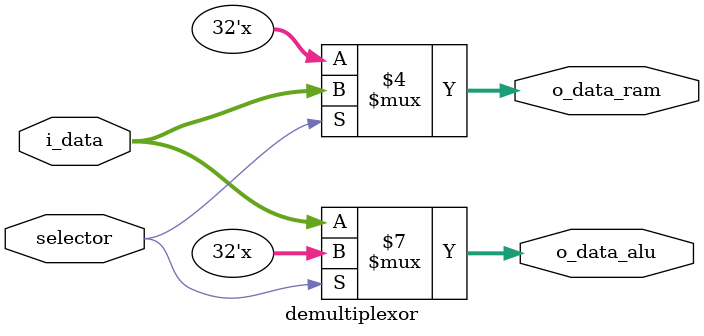
<source format=v>

`timescale 1ns/1ns

module demultiplexor (
    input wire selector,
    input wire [31:0] i_data,
    output reg [31:0] o_data_ram,
    output reg [31:0] o_data_alu
);
    
always @* begin
    if (selector == 1'b1) begin
        o_data_ram = i_data;
    end
    else begin
        o_data_alu = i_data;
    end
end

endmodule
</source>
